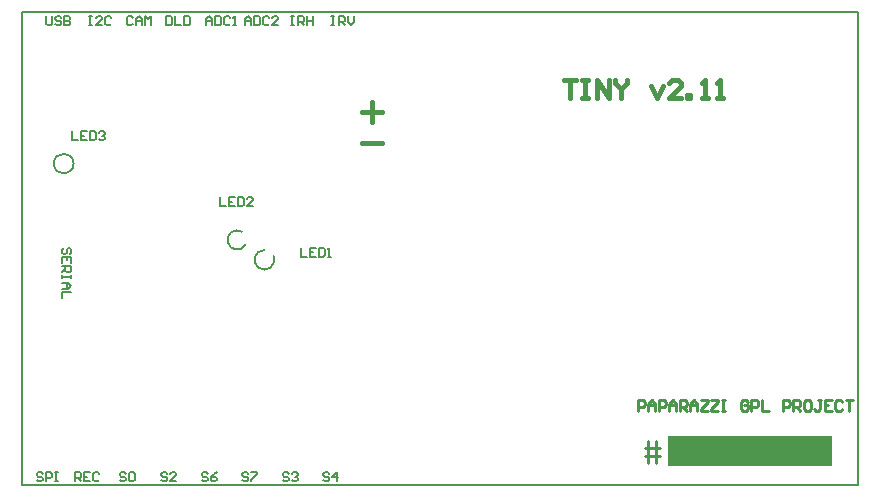
<source format=gto>
%FSAX25Y25*%
%MOIN*%
G70*
G01*
G75*
%ADD10C,0.00800*%
%ADD11R,0.04724X0.03543*%
%ADD12O,0.05512X0.01102*%
%ADD13R,0.05512X0.01102*%
%ADD14O,0.01102X0.05512*%
%ADD15O,0.05512X0.01102*%
%ADD16R,0.02362X0.03150*%
%ADD17R,0.03543X0.03150*%
%ADD18R,0.03150X0.03543*%
%ADD19R,0.03150X0.03150*%
%ADD20R,0.03150X0.03543*%
%ADD21O,0.04331X0.01575*%
%ADD22R,0.04331X0.01575*%
%ADD23C,0.04000*%
%ADD24C,0.01500*%
%ADD25C,0.03000*%
%ADD26C,0.06299*%
%ADD27R,0.15000X0.07000*%
%ADD28O,0.15000X0.07000*%
%ADD29C,0.07000*%
%ADD30O,0.06000X0.04000*%
%ADD31C,0.04000*%
%ADD32R,0.06000X0.04000*%
%ADD33R,0.09449X0.07874*%
%ADD34R,0.03150X0.02362*%
%ADD35O,0.09843X0.02362*%
%ADD36R,0.04921X0.04331*%
%ADD37R,0.04921X0.04331*%
%ADD38R,0.02362X0.03543*%
%ADD39R,0.04724X0.04724*%
%ADD40R,0.12992X0.05906*%
%ADD41R,0.03937X0.05906*%
%ADD42R,0.23622X0.02953*%
%ADD43R,0.23622X0.07087*%
%ADD44O,0.09843X0.02362*%
%ADD45O,0.09843X0.02362*%
%ADD46R,0.09843X0.02362*%
%ADD47C,0.07000*%
%ADD48C,0.02500*%
%ADD49C,0.02400*%
%ADD50C,0.02362*%
%ADD51C,0.02000*%
%ADD52R,0.62992X0.62992*%
%ADD53R,0.05524X0.04343*%
%ADD54O,0.06312X0.01902*%
%ADD55R,0.06312X0.01902*%
%ADD56O,0.01902X0.06312*%
%ADD57O,0.06312X0.01902*%
%ADD58R,0.03162X0.03950*%
%ADD59R,0.04343X0.03950*%
%ADD60R,0.03950X0.04343*%
%ADD61R,0.03950X0.03950*%
%ADD62R,0.03950X0.04343*%
%ADD63O,0.05131X0.02375*%
%ADD64R,0.05131X0.02375*%
%ADD65C,0.07099*%
%ADD66R,0.15800X0.07800*%
%ADD67O,0.15800X0.07800*%
%ADD68C,0.07800*%
%ADD69O,0.06800X0.04800*%
%ADD70C,0.04800*%
%ADD71R,0.06800X0.04800*%
%ADD72R,0.10249X0.08674*%
%ADD73R,0.03950X0.03162*%
%ADD74O,0.10643X0.03162*%
%ADD75R,0.05721X0.05131*%
%ADD76R,0.05721X0.05131*%
%ADD77R,0.03162X0.04343*%
%ADD78R,0.05524X0.05524*%
%ADD79R,0.13792X0.06706*%
%ADD80R,0.04737X0.06706*%
%ADD81R,0.24422X0.03753*%
%ADD82R,0.24422X0.07887*%
%ADD83O,0.10643X0.03162*%
%ADD84O,0.10643X0.03162*%
%ADD85R,0.10643X0.03162*%
%ADD86C,0.01000*%
%ADD87R,0.55000X0.10000*%
D10*
X0000400Y0000360D02*
Y0157840D01*
Y0157840D02*
X0279140D01*
Y0000360D02*
Y0157840D01*
X0000400Y0000360D02*
X0279140D01*
X0073600Y0084800D02*
G03*
X0074771Y0080429I-0001600J-0002771D01*
G01*
X0081102Y0078698D02*
G03*
X0084201Y0076528I0000000J-0003299D01*
G01*
X0017549Y0107457D02*
G03*
X0017549Y0107457I-0003299J0000000D01*
G01*
X0016299Y0077201D02*
X0016799Y0077701D01*
Y0078700D01*
X0016299Y0079200D01*
X0015799D01*
X0015300Y0078700D01*
Y0077701D01*
X0014800Y0077201D01*
X0014300D01*
X0013800Y0077701D01*
Y0078700D01*
X0014300Y0079200D01*
X0016799Y0074202D02*
Y0076201D01*
X0013800D01*
Y0074202D01*
X0015300Y0076201D02*
Y0075201D01*
X0013800Y0073202D02*
X0016799D01*
Y0071702D01*
X0016299Y0071203D01*
X0015300D01*
X0014800Y0071702D01*
Y0073202D01*
Y0072202D02*
X0013800Y0071203D01*
X0016799Y0070203D02*
Y0069203D01*
Y0069703D01*
X0013800D01*
Y0070203D01*
Y0069203D01*
Y0067704D02*
X0015799D01*
X0016799Y0066704D01*
X0015799Y0065704D01*
X0013800D01*
X0015300D01*
Y0067704D01*
X0016799Y0064705D02*
X0013800D01*
Y0062705D01*
X0066200Y0096299D02*
Y0093300D01*
X0068199D01*
X0071198Y0096299D02*
X0069199D01*
Y0093300D01*
X0071198D01*
X0069199Y0094800D02*
X0070199D01*
X0072198Y0096299D02*
Y0093300D01*
X0073698D01*
X0074197Y0093800D01*
Y0095799D01*
X0073698Y0096299D01*
X0072198D01*
X0077196Y0093300D02*
X0075197D01*
X0077196Y0095299D01*
Y0095799D01*
X0076697Y0096299D01*
X0075697D01*
X0075197Y0095799D01*
X0016900Y0118199D02*
Y0115200D01*
X0018899D01*
X0021898Y0118199D02*
X0019899D01*
Y0115200D01*
X0021898D01*
X0019899Y0116700D02*
X0020899D01*
X0022898Y0118199D02*
Y0115200D01*
X0024398D01*
X0024897Y0115700D01*
Y0117699D01*
X0024398Y0118199D01*
X0022898D01*
X0025897Y0117699D02*
X0026397Y0118199D01*
X0027397D01*
X0027896Y0117699D01*
Y0117199D01*
X0027397Y0116700D01*
X0026897D01*
X0027397D01*
X0027896Y0116200D01*
Y0115700D01*
X0027397Y0115200D01*
X0026397D01*
X0025897Y0115700D01*
X0102699Y0004099D02*
X0102199Y0004599D01*
X0101200D01*
X0100700Y0004099D01*
Y0003599D01*
X0101200Y0003100D01*
X0102199D01*
X0102699Y0002600D01*
Y0002100D01*
X0102199Y0001600D01*
X0101200D01*
X0100700Y0002100D01*
X0105199Y0001600D02*
Y0004599D01*
X0103699Y0003100D01*
X0105698D01*
X0089299Y0004099D02*
X0088800Y0004599D01*
X0087800D01*
X0087300Y0004099D01*
Y0003599D01*
X0087800Y0003100D01*
X0088800D01*
X0089299Y0002600D01*
Y0002100D01*
X0088800Y0001600D01*
X0087800D01*
X0087300Y0002100D01*
X0090299Y0004099D02*
X0090799Y0004599D01*
X0091799D01*
X0092298Y0004099D01*
Y0003599D01*
X0091799Y0003100D01*
X0091299D01*
X0091799D01*
X0092298Y0002600D01*
Y0002100D01*
X0091799Y0001600D01*
X0090799D01*
X0090299Y0002100D01*
X0075699Y0004099D02*
X0075200Y0004599D01*
X0074200D01*
X0073700Y0004099D01*
Y0003599D01*
X0074200Y0003100D01*
X0075200D01*
X0075699Y0002600D01*
Y0002100D01*
X0075200Y0001600D01*
X0074200D01*
X0073700Y0002100D01*
X0076699Y0004599D02*
X0078698D01*
Y0004099D01*
X0076699Y0002100D01*
Y0001600D01*
X0062199Y0004099D02*
X0061699Y0004599D01*
X0060700D01*
X0060200Y0004099D01*
Y0003599D01*
X0060700Y0003100D01*
X0061699D01*
X0062199Y0002600D01*
Y0002100D01*
X0061699Y0001600D01*
X0060700D01*
X0060200Y0002100D01*
X0065198Y0004599D02*
X0064199Y0004099D01*
X0063199Y0003100D01*
Y0002100D01*
X0063699Y0001600D01*
X0064699D01*
X0065198Y0002100D01*
Y0002600D01*
X0064699Y0003100D01*
X0063199D01*
X0048799Y0004099D02*
X0048300Y0004599D01*
X0047300D01*
X0046800Y0004099D01*
Y0003599D01*
X0047300Y0003100D01*
X0048300D01*
X0048799Y0002600D01*
Y0002100D01*
X0048300Y0001600D01*
X0047300D01*
X0046800Y0002100D01*
X0051798Y0001600D02*
X0049799D01*
X0051798Y0003599D01*
Y0004099D01*
X0051299Y0004599D01*
X0050299D01*
X0049799Y0004099D01*
X0034999D02*
X0034499Y0004599D01*
X0033500D01*
X0033000Y0004099D01*
Y0003599D01*
X0033500Y0003100D01*
X0034499D01*
X0034999Y0002600D01*
Y0002100D01*
X0034499Y0001600D01*
X0033500D01*
X0033000Y0002100D01*
X0035999Y0004099D02*
X0036499Y0004599D01*
X0037499D01*
X0037998Y0004099D01*
Y0002100D01*
X0037499Y0001600D01*
X0036499D01*
X0035999Y0002100D01*
Y0004099D01*
X0018100Y0001600D02*
Y0004599D01*
X0019600D01*
X0020099Y0004099D01*
Y0003100D01*
X0019600Y0002600D01*
X0018100D01*
X0019100D02*
X0020099Y0001600D01*
X0023098Y0004599D02*
X0021099D01*
Y0001600D01*
X0023098D01*
X0021099Y0003100D02*
X0022099D01*
X0026097Y0004099D02*
X0025598Y0004599D01*
X0024598D01*
X0024098Y0004099D01*
Y0002100D01*
X0024598Y0001600D01*
X0025598D01*
X0026097Y0002100D01*
X0007299Y0004099D02*
X0006799Y0004599D01*
X0005800D01*
X0005300Y0004099D01*
Y0003599D01*
X0005800Y0003100D01*
X0006799D01*
X0007299Y0002600D01*
Y0002100D01*
X0006799Y0001600D01*
X0005800D01*
X0005300Y0002100D01*
X0008299Y0001600D02*
Y0004599D01*
X0009799D01*
X0010298Y0004099D01*
Y0003100D01*
X0009799Y0002600D01*
X0008299D01*
X0011298Y0004599D02*
X0012298D01*
X0011798D01*
Y0001600D01*
X0011298D01*
X0012298D01*
X0008400Y0156599D02*
Y0154100D01*
X0008900Y0153600D01*
X0009900D01*
X0010399Y0154100D01*
Y0156599D01*
X0013398Y0156099D02*
X0012899Y0156599D01*
X0011899D01*
X0011399Y0156099D01*
Y0155599D01*
X0011899Y0155099D01*
X0012899D01*
X0013398Y0154600D01*
Y0154100D01*
X0012899Y0153600D01*
X0011899D01*
X0011399Y0154100D01*
X0014398Y0156599D02*
Y0153600D01*
X0015898D01*
X0016397Y0154100D01*
Y0154600D01*
X0015898Y0155099D01*
X0014398D01*
X0015898D01*
X0016397Y0155599D01*
Y0156099D01*
X0015898Y0156599D01*
X0014398D01*
X0022600D02*
X0023600D01*
X0023100D01*
Y0153600D01*
X0022600D01*
X0023600D01*
X0027099D02*
X0025099D01*
X0027099Y0155599D01*
Y0156099D01*
X0026599Y0156599D01*
X0025599D01*
X0025099Y0156099D01*
X0030098D02*
X0029598Y0156599D01*
X0028598D01*
X0028098Y0156099D01*
Y0154100D01*
X0028598Y0153600D01*
X0029598D01*
X0030098Y0154100D01*
X0037299Y0156099D02*
X0036799Y0156599D01*
X0035800D01*
X0035300Y0156099D01*
Y0154100D01*
X0035800Y0153600D01*
X0036799D01*
X0037299Y0154100D01*
X0038299Y0153600D02*
Y0155599D01*
X0039299Y0156599D01*
X0040298Y0155599D01*
Y0153600D01*
Y0155099D01*
X0038299D01*
X0041298Y0153600D02*
Y0156599D01*
X0042298Y0155599D01*
X0043297Y0156599D01*
Y0153600D01*
X0048500Y0156599D02*
Y0153600D01*
X0049999D01*
X0050499Y0154100D01*
Y0156099D01*
X0049999Y0156599D01*
X0048500D01*
X0051499D02*
Y0153600D01*
X0053498D01*
X0054498Y0156599D02*
Y0153600D01*
X0055998D01*
X0056497Y0154100D01*
Y0156099D01*
X0055998Y0156599D01*
X0054498D01*
X0074800Y0153600D02*
Y0155599D01*
X0075800Y0156599D01*
X0076799Y0155599D01*
Y0153600D01*
Y0155099D01*
X0074800D01*
X0077799Y0156599D02*
Y0153600D01*
X0079299D01*
X0079798Y0154100D01*
Y0156099D01*
X0079299Y0156599D01*
X0077799D01*
X0082797Y0156099D02*
X0082298Y0156599D01*
X0081298D01*
X0080798Y0156099D01*
Y0154100D01*
X0081298Y0153600D01*
X0082298D01*
X0082797Y0154100D01*
X0085796Y0153600D02*
X0083797D01*
X0085796Y0155599D01*
Y0156099D01*
X0085297Y0156599D01*
X0084297D01*
X0083797Y0156099D01*
X0061700Y0153600D02*
Y0155599D01*
X0062700Y0156599D01*
X0063699Y0155599D01*
Y0153600D01*
Y0155099D01*
X0061700D01*
X0064699Y0156599D02*
Y0153600D01*
X0066199D01*
X0066698Y0154100D01*
Y0156099D01*
X0066199Y0156599D01*
X0064699D01*
X0069697Y0156099D02*
X0069198Y0156599D01*
X0068198D01*
X0067698Y0156099D01*
Y0154100D01*
X0068198Y0153600D01*
X0069198D01*
X0069697Y0154100D01*
X0070697Y0153600D02*
X0071697D01*
X0071197D01*
Y0156599D01*
X0070697Y0156099D01*
X0089900Y0156599D02*
X0090900D01*
X0090400D01*
Y0153600D01*
X0089900D01*
X0090900D01*
X0092399D02*
Y0156599D01*
X0093899D01*
X0094398Y0156099D01*
Y0155099D01*
X0093899Y0154600D01*
X0092399D01*
X0093399D02*
X0094398Y0153600D01*
X0095398Y0156599D02*
Y0153600D01*
Y0155099D01*
X0097398D01*
Y0156599D01*
Y0153600D01*
X0103400Y0156599D02*
X0104400D01*
X0103900D01*
Y0153600D01*
X0103400D01*
X0104400D01*
X0105899D02*
Y0156599D01*
X0107399D01*
X0107898Y0156099D01*
Y0155099D01*
X0107399Y0154600D01*
X0105899D01*
X0106899D02*
X0107898Y0153600D01*
X0108898Y0156599D02*
Y0154600D01*
X0109898Y0153600D01*
X0110898Y0154600D01*
Y0156599D01*
X0093300Y0079499D02*
Y0076500D01*
X0095299D01*
X0098298Y0079499D02*
X0096299D01*
Y0076500D01*
X0098298D01*
X0096299Y0078000D02*
X0097299D01*
X0099298Y0079499D02*
Y0076500D01*
X0100798D01*
X0101297Y0077000D01*
Y0078999D01*
X0100798Y0079499D01*
X0099298D01*
X0102297Y0076500D02*
X0103297D01*
X0102797D01*
Y0079499D01*
X0102297Y0078999D01*
D24*
X0113700Y0124598D02*
X0120364D01*
X0117032Y0127931D02*
Y0121266D01*
X0181000Y0135298D02*
X0184999D01*
X0182999D01*
Y0129300D01*
X0186998Y0135298D02*
X0188997D01*
X0187998D01*
Y0129300D01*
X0186998D01*
X0188997D01*
X0191996D02*
Y0135298D01*
X0195995Y0129300D01*
Y0135298D01*
X0197994D02*
Y0134298D01*
X0199994Y0132299D01*
X0201993Y0134298D01*
Y0135298D01*
X0199994Y0132299D02*
Y0129300D01*
X0209991Y0133299D02*
X0211990Y0129300D01*
X0213989Y0133299D01*
X0219987Y0129300D02*
X0215989D01*
X0219987Y0133299D01*
Y0134298D01*
X0218988Y0135298D01*
X0216988D01*
X0215989Y0134298D01*
X0221987Y0129300D02*
Y0130300D01*
X0222986D01*
Y0129300D01*
X0221987D01*
X0226985D02*
X0228984D01*
X0227985D01*
Y0135298D01*
X0226985Y0134298D01*
X0231983Y0129300D02*
X0233983D01*
X0232983D01*
Y0135298D01*
X0231983Y0134298D01*
X0113800Y0114498D02*
X0120465D01*
D86*
X0209150Y0007600D02*
Y0015098D01*
X0211649D02*
Y0007600D01*
X0207900Y0012598D02*
X0211649D01*
X0212898D01*
X0207900Y0010099D02*
X0212898D01*
X0205600Y0025100D02*
Y0028599D01*
X0207349D01*
X0207933Y0028016D01*
Y0026849D01*
X0207349Y0026266D01*
X0205600D01*
X0209099Y0025100D02*
Y0027433D01*
X0210265Y0028599D01*
X0211431Y0027433D01*
Y0025100D01*
Y0026849D01*
X0209099D01*
X0212598Y0025100D02*
Y0028599D01*
X0214347D01*
X0214930Y0028016D01*
Y0026849D01*
X0214347Y0026266D01*
X0212598D01*
X0216097Y0025100D02*
Y0027433D01*
X0217263Y0028599D01*
X0218429Y0027433D01*
Y0025100D01*
Y0026849D01*
X0216097D01*
X0219596Y0025100D02*
Y0028599D01*
X0221345D01*
X0221928Y0028016D01*
Y0026849D01*
X0221345Y0026266D01*
X0219596D01*
X0220762D02*
X0221928Y0025100D01*
X0223094D02*
Y0027433D01*
X0224261Y0028599D01*
X0225427Y0027433D01*
Y0025100D01*
Y0026849D01*
X0223094D01*
X0226593Y0028599D02*
X0228926D01*
Y0028016D01*
X0226593Y0025683D01*
Y0025100D01*
X0228926D01*
X0230092Y0028599D02*
X0232425D01*
Y0028016D01*
X0230092Y0025683D01*
Y0025100D01*
X0232425D01*
X0233591Y0028599D02*
X0234757D01*
X0234174D01*
Y0025100D01*
X0233591D01*
X0234757D01*
X0242338Y0028016D02*
X0241755Y0028599D01*
X0240589D01*
X0240005Y0028016D01*
Y0025683D01*
X0240589Y0025100D01*
X0241755D01*
X0242338Y0025683D01*
Y0026849D01*
X0241172D01*
X0243504Y0025100D02*
Y0028599D01*
X0245254D01*
X0245837Y0028016D01*
Y0026849D01*
X0245254Y0026266D01*
X0243504D01*
X0247003Y0028599D02*
Y0025100D01*
X0249336D01*
X0254001D02*
Y0028599D01*
X0255750D01*
X0256334Y0028016D01*
Y0026849D01*
X0255750Y0026266D01*
X0254001D01*
X0257500Y0025100D02*
Y0028599D01*
X0259249D01*
X0259833Y0028016D01*
Y0026849D01*
X0259249Y0026266D01*
X0257500D01*
X0258666D02*
X0259833Y0025100D01*
X0262748Y0028599D02*
X0261582D01*
X0260999Y0028016D01*
Y0025683D01*
X0261582Y0025100D01*
X0262748D01*
X0263331Y0025683D01*
Y0028016D01*
X0262748Y0028599D01*
X0266830D02*
X0265664D01*
X0266247D01*
Y0025683D01*
X0265664Y0025100D01*
X0265081D01*
X0264498Y0025683D01*
X0270329Y0028599D02*
X0267997D01*
Y0025100D01*
X0270329D01*
X0267997Y0026849D02*
X0269163D01*
X0273828Y0028016D02*
X0273245Y0028599D01*
X0272078D01*
X0271495Y0028016D01*
Y0025683D01*
X0272078Y0025100D01*
X0273245D01*
X0273828Y0025683D01*
X0274994Y0028599D02*
X0277327D01*
X0276161D01*
Y0025100D01*
D87*
X0242900Y0011600D02*
D03*
M02*

</source>
